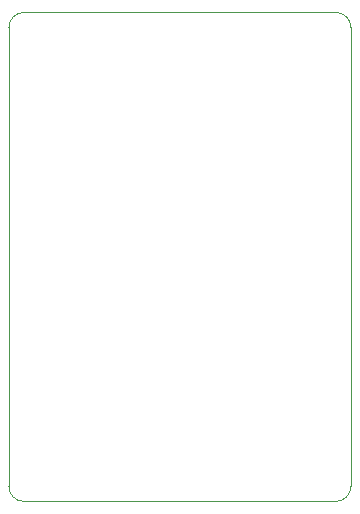
<source format=gbr>
%TF.GenerationSoftware,KiCad,Pcbnew,(5.1.7)-1*%
%TF.CreationDate,2020-10-29T12:23:24+01:00*%
%TF.ProjectId,wifi_temp_sensor,77696669-5f74-4656-9d70-5f73656e736f,rev?*%
%TF.SameCoordinates,Original*%
%TF.FileFunction,Profile,NP*%
%FSLAX46Y46*%
G04 Gerber Fmt 4.6, Leading zero omitted, Abs format (unit mm)*
G04 Created by KiCad (PCBNEW (5.1.7)-1) date 2020-10-29 12:23:24*
%MOMM*%
%LPD*%
G01*
G04 APERTURE LIST*
%TA.AperFunction,Profile*%
%ADD10C,0.050000*%
%TD*%
G04 APERTURE END LIST*
D10*
X163830000Y-58674000D02*
G75*
G02*
X165100000Y-59944000I0J-1270000D01*
G01*
X136144000Y-59944000D02*
G75*
G02*
X137414000Y-58674000I1270000J0D01*
G01*
X137414000Y-100076000D02*
G75*
G02*
X136144000Y-98806000I0J1270000D01*
G01*
X165100000Y-98806000D02*
G75*
G02*
X163830000Y-100076000I-1270000J0D01*
G01*
X136144000Y-98806000D02*
X136144000Y-59944000D01*
X163830000Y-100076000D02*
X137414000Y-100076000D01*
X165100000Y-59944000D02*
X165100000Y-98806000D01*
X137414000Y-58674000D02*
X163830000Y-58674000D01*
M02*

</source>
